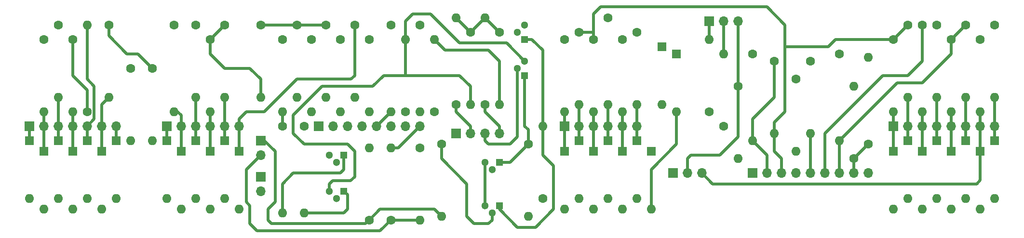
<source format=gbr>
%TF.GenerationSoftware,KiCad,Pcbnew,(5.1.8)-1*%
%TF.CreationDate,2020-12-25T14:24:52+01:00*%
%TF.ProjectId,5S14,35533134-2e6b-4696-9361-645f70636258,rev?*%
%TF.SameCoordinates,Original*%
%TF.FileFunction,Copper,L2,Bot*%
%TF.FilePolarity,Positive*%
%FSLAX46Y46*%
G04 Gerber Fmt 4.6, Leading zero omitted, Abs format (unit mm)*
G04 Created by KiCad (PCBNEW (5.1.8)-1) date 2020-12-25 14:24:52*
%MOMM*%
%LPD*%
G01*
G04 APERTURE LIST*
%TA.AperFunction,ComponentPad*%
%ADD10O,1.600000X1.600000*%
%TD*%
%TA.AperFunction,ComponentPad*%
%ADD11C,1.600000*%
%TD*%
%TA.AperFunction,ComponentPad*%
%ADD12R,1.300000X1.300000*%
%TD*%
%TA.AperFunction,ComponentPad*%
%ADD13C,1.300000*%
%TD*%
%TA.AperFunction,ComponentPad*%
%ADD14R,1.600000X1.600000*%
%TD*%
%TA.AperFunction,ComponentPad*%
%ADD15O,1.700000X1.700000*%
%TD*%
%TA.AperFunction,ComponentPad*%
%ADD16R,1.700000X1.700000*%
%TD*%
%TA.AperFunction,Conductor*%
%ADD17C,0.500000*%
%TD*%
G04 APERTURE END LIST*
D10*
%TO.P,R859,2*%
%TO.N,P5-6*%
X140970000Y-66675000D03*
D11*
%TO.P,R859,1*%
%TO.N,P6-2*%
X140970000Y-81915000D03*
%TD*%
D10*
%TO.P,R882,2*%
%TO.N,P10-1*%
X200660000Y-90170000D03*
D11*
%TO.P,R882,1*%
%TO.N,P10-4*%
X200660000Y-77470000D03*
%TD*%
D10*
%TO.P,R822,2*%
%TO.N,P2-2*%
X91440000Y-83185000D03*
D11*
%TO.P,R822,1*%
%TO.N,P5-4*%
X91440000Y-67945000D03*
%TD*%
D12*
%TO.P,Q6,1*%
%TO.N,Net-(Q4-Pad1)*%
X148590000Y-92075000D03*
D13*
%TO.P,Q6,3*%
%TO.N,P5-7*%
X146050000Y-92075000D03*
%TO.P,Q6,2*%
%TO.N,Net-(Q6-Pad2)*%
X147320000Y-93345000D03*
%TD*%
D12*
%TO.P,Q5,1*%
%TO.N,Net-(Q3-Pad1)*%
X148590000Y-99695000D03*
D13*
%TO.P,Q5,3*%
%TO.N,P5-7*%
X146050000Y-99695000D03*
%TO.P,Q5,2*%
%TO.N,Net-(Q5-Pad2)*%
X147320000Y-100965000D03*
%TD*%
D12*
%TO.P,Q4,1*%
%TO.N,Net-(Q4-Pad1)*%
X153035000Y-76835000D03*
D13*
%TO.P,Q4,3*%
%TO.N,P1-1*%
X153035000Y-74295000D03*
%TO.P,Q4,2*%
%TO.N,P6-3*%
X151765000Y-75565000D03*
%TD*%
D12*
%TO.P,Q3,1*%
%TO.N,Net-(Q3-Pad1)*%
X153035000Y-70485000D03*
D13*
%TO.P,Q3,3*%
%TO.N,P2-6*%
X153035000Y-67945000D03*
%TO.P,Q3,2*%
%TO.N,P6-1*%
X151765000Y-69215000D03*
%TD*%
D12*
%TO.P,Q2,1*%
%TO.N,Net-(Q2-Pad1)*%
X121285000Y-97155000D03*
D13*
%TO.P,Q2,3*%
%TO.N,P1-1*%
X118745000Y-97155000D03*
%TO.P,Q2,2*%
%TO.N,P4-2*%
X120015000Y-98425000D03*
%TD*%
D12*
%TO.P,Q1,1*%
%TO.N,Net-(Q1-Pad1)*%
X121285000Y-90805000D03*
D13*
%TO.P,Q1,3*%
%TO.N,P2-6*%
X118745000Y-90805000D03*
%TO.P,Q1,2*%
%TO.N,P4-1*%
X120015000Y-92075000D03*
%TD*%
D10*
%TO.P,R898,2*%
%TO.N,P11-8*%
X235585000Y-80645000D03*
D11*
%TO.P,R898,1*%
%TO.N,P10-5*%
X235585000Y-67945000D03*
%TD*%
D10*
%TO.P,R897,2*%
%TO.N,P11-7*%
X233045000Y-83185000D03*
D11*
%TO.P,R897,1*%
%TO.N,P10-6*%
X233045000Y-70485000D03*
%TD*%
D10*
%TO.P,R896,2*%
%TO.N,P11-6*%
X230505000Y-80645000D03*
D11*
%TO.P,R896,1*%
%TO.N,P10-7*%
X230505000Y-67945000D03*
%TD*%
D10*
%TO.P,R895,2*%
%TO.N,P11-5*%
X227965000Y-83185000D03*
D11*
%TO.P,R895,1*%
%TO.N,P10-7*%
X227965000Y-70485000D03*
%TD*%
D10*
%TO.P,R894,2*%
%TO.N,P11-4*%
X225425000Y-80645000D03*
D11*
%TO.P,R894,1*%
%TO.N,P10-6*%
X225425000Y-67945000D03*
%TD*%
D10*
%TO.P,R893,2*%
%TO.N,P11-3*%
X222885000Y-83185000D03*
D11*
%TO.P,R893,1*%
%TO.N,P10-6*%
X222885000Y-67945000D03*
%TD*%
D10*
%TO.P,R892,2*%
%TO.N,P11-2*%
X220345000Y-80645000D03*
D11*
%TO.P,R892,1*%
%TO.N,P10-3*%
X220345000Y-67945000D03*
%TD*%
D10*
%TO.P,R891,2*%
%TO.N,P11-1*%
X217805000Y-83185000D03*
D11*
%TO.P,R891,1*%
%TO.N,P10-3*%
X217805000Y-70485000D03*
%TD*%
D10*
%TO.P,R886,2*%
%TO.N,P10-2*%
X213360000Y-73660000D03*
D11*
%TO.P,R886,1*%
%TO.N,P10-8*%
X213360000Y-88900000D03*
%TD*%
D10*
%TO.P,R885,2*%
%TO.N,P8-2*%
X210820000Y-78740000D03*
D11*
%TO.P,R885,1*%
%TO.N,P10-8*%
X210820000Y-91440000D03*
%TD*%
D10*
%TO.P,R884,2*%
%TO.N,P10-7*%
X208280000Y-88265000D03*
D11*
%TO.P,R884,1*%
%TO.N,P10-2*%
X208280000Y-73025000D03*
%TD*%
D10*
%TO.P,R883,2*%
%TO.N,P10-5*%
X203200000Y-86995000D03*
D11*
%TO.P,R883,1*%
%TO.N,P10-2*%
X203200000Y-74295000D03*
%TD*%
D10*
%TO.P,R881,2*%
%TO.N,P10-3*%
X196850000Y-86995000D03*
D11*
%TO.P,R881,1*%
%TO.N,P10-2*%
X196850000Y-74295000D03*
%TD*%
D10*
%TO.P,R880,2*%
%TO.N,P10-2*%
X193040000Y-88265000D03*
D11*
%TO.P,R880,1*%
%TO.N,P10-4*%
X193040000Y-73025000D03*
%TD*%
D10*
%TO.P,R879,2*%
%TO.N,P9-2*%
X187960000Y-73025000D03*
D11*
%TO.P,R879,1*%
%TO.N,P10-4*%
X187960000Y-85725000D03*
%TD*%
D10*
%TO.P,R878,2*%
%TO.N,P9-1*%
X185420000Y-70485000D03*
D11*
%TO.P,R878,1*%
%TO.N,P10-4*%
X185420000Y-83185000D03*
%TD*%
D10*
%TO.P,R877,2*%
%TO.N,P10-7*%
X190500000Y-91440000D03*
D11*
%TO.P,R877,1*%
%TO.N,P8-2*%
X190500000Y-78740000D03*
%TD*%
D10*
%TO.P,R876,2*%
%TO.N,P7-6*%
X172720000Y-81915000D03*
D11*
%TO.P,R876,1*%
%TO.N,P10-7*%
X172720000Y-69215000D03*
%TD*%
D10*
%TO.P,R875,2*%
%TO.N,P7-5*%
X170180000Y-83185000D03*
D11*
%TO.P,R875,1*%
%TO.N,P10-6*%
X170180000Y-70485000D03*
%TD*%
D10*
%TO.P,R874,2*%
%TO.N,P7-4*%
X167640000Y-81915000D03*
D11*
%TO.P,R874,1*%
%TO.N,P10-6*%
X167640000Y-66675000D03*
%TD*%
D10*
%TO.P,R873,2*%
%TO.N,P7-3*%
X165100000Y-83185000D03*
D11*
%TO.P,R873,1*%
%TO.N,P10-3*%
X165100000Y-70485000D03*
%TD*%
D10*
%TO.P,R872,2*%
%TO.N,P7-2*%
X162560000Y-81915000D03*
D11*
%TO.P,R872,1*%
%TO.N,P10-3*%
X162560000Y-69215000D03*
%TD*%
D10*
%TO.P,R871,2*%
%TO.N,P7-1*%
X160020000Y-83185000D03*
D11*
%TO.P,R871,1*%
%TO.N,P10-6*%
X160020000Y-70485000D03*
%TD*%
D10*
%TO.P,R864,2*%
%TO.N,Net-(Q3-Pad1)*%
X156210000Y-85725000D03*
D11*
%TO.P,R864,1*%
%TO.N,P10-9*%
X156210000Y-98425000D03*
%TD*%
D10*
%TO.P,R863,2*%
%TO.N,P10-9*%
X153670000Y-101600000D03*
D11*
%TO.P,R863,1*%
%TO.N,Net-(Q4-Pad1)*%
X153670000Y-88900000D03*
%TD*%
D10*
%TO.P,R862,2*%
%TO.N,P2-6*%
X148590000Y-81915000D03*
D11*
%TO.P,R862,1*%
%TO.N,P5-6*%
X148590000Y-69215000D03*
%TD*%
D10*
%TO.P,R861,2*%
%TO.N,P5-6*%
X146050000Y-66675000D03*
D11*
%TO.P,R861,1*%
%TO.N,P6-4*%
X146050000Y-81915000D03*
%TD*%
D10*
%TO.P,R860,2*%
%TO.N,P1-1*%
X143510000Y-81915000D03*
D11*
%TO.P,R860,1*%
%TO.N,P5-6*%
X143510000Y-69215000D03*
%TD*%
D10*
%TO.P,R858,2*%
%TO.N,P2-6*%
X137160000Y-70485000D03*
D11*
%TO.P,R858,1*%
%TO.N,P5-5*%
X137160000Y-83185000D03*
%TD*%
D10*
%TO.P,R857,2*%
%TO.N,P3-1*%
X138430000Y-101600000D03*
D11*
%TO.P,R857,1*%
%TO.N,Net-(Q5-Pad2)*%
X138430000Y-88900000D03*
%TD*%
D10*
%TO.P,R856,2*%
%TO.N,P5-5*%
X134620000Y-83185000D03*
D11*
%TO.P,R856,1*%
%TO.N,P6-2*%
X134620000Y-67945000D03*
%TD*%
D10*
%TO.P,R855,2*%
%TO.N,P3-2*%
X134620000Y-102235000D03*
D11*
%TO.P,R855,1*%
%TO.N,Net-(Q6-Pad2)*%
X134620000Y-89535000D03*
%TD*%
D10*
%TO.P,R854,2*%
%TO.N,P1-1*%
X132080000Y-70485000D03*
D11*
%TO.P,R854,1*%
%TO.N,P5-5*%
X132080000Y-83185000D03*
%TD*%
D10*
%TO.P,R853,2*%
%TO.N,P5-5*%
X129540000Y-83185000D03*
D11*
%TO.P,R853,1*%
%TO.N,P6-4*%
X129540000Y-67945000D03*
%TD*%
D10*
%TO.P,R852,2*%
%TO.N,P10-9*%
X129540000Y-89535000D03*
D11*
%TO.P,R852,1*%
%TO.N,P3-2*%
X129540000Y-102235000D03*
%TD*%
D10*
%TO.P,R851,2*%
%TO.N,P5-4*%
X125730000Y-83185000D03*
D11*
%TO.P,R851,1*%
%TO.N,P1-1*%
X125730000Y-70485000D03*
%TD*%
D10*
%TO.P,R850,2*%
%TO.N,P10-9*%
X125730000Y-89535000D03*
D11*
%TO.P,R850,1*%
%TO.N,P3-1*%
X125730000Y-102235000D03*
%TD*%
D10*
%TO.P,R849,2*%
%TO.N,P5-4*%
X123190000Y-80645000D03*
D11*
%TO.P,R849,1*%
%TO.N,P2-6*%
X123190000Y-67945000D03*
%TD*%
D10*
%TO.P,R848,2*%
%TO.N,P5-3*%
X120650000Y-83185000D03*
D11*
%TO.P,R848,1*%
%TO.N,P6-4*%
X120650000Y-70485000D03*
%TD*%
D10*
%TO.P,R847,2*%
%TO.N,P5-3*%
X118110000Y-80645000D03*
D11*
%TO.P,R847,1*%
%TO.N,P6-2*%
X118110000Y-67945000D03*
%TD*%
D10*
%TO.P,R846,2*%
%TO.N,P5-2*%
X115570000Y-83185000D03*
D11*
%TO.P,R846,1*%
%TO.N,P6-4*%
X115570000Y-70485000D03*
%TD*%
D10*
%TO.P,R845,2*%
%TO.N,P5-2*%
X113030000Y-80645000D03*
D11*
%TO.P,R845,1*%
%TO.N,P6-2*%
X113030000Y-67945000D03*
%TD*%
D10*
%TO.P,R844,2*%
%TO.N,P5-1*%
X110490000Y-83185000D03*
D11*
%TO.P,R844,1*%
%TO.N,P6-4*%
X110490000Y-70485000D03*
%TD*%
D10*
%TO.P,R843,2*%
%TO.N,P5-1*%
X106680000Y-80645000D03*
D11*
%TO.P,R843,1*%
%TO.N,P6-2*%
X106680000Y-67945000D03*
%TD*%
D10*
%TO.P,R842,2*%
%TO.N,Net-(Q2-Pad1)*%
X114300000Y-100965000D03*
D11*
%TO.P,R842,1*%
%TO.N,P5-1*%
X114300000Y-85725000D03*
%TD*%
D10*
%TO.P,R841,2*%
%TO.N,Net-(Q1-Pad1)*%
X110490000Y-100965000D03*
D11*
%TO.P,R841,1*%
%TO.N,P5-1*%
X110490000Y-85725000D03*
%TD*%
D10*
%TO.P,R825,2*%
%TO.N,P2-5*%
X100330000Y-80645000D03*
D11*
%TO.P,R825,1*%
%TO.N,P5-1*%
X100330000Y-67945000D03*
%TD*%
D10*
%TO.P,R824,2*%
%TO.N,P2-4*%
X97790000Y-83185000D03*
D11*
%TO.P,R824,1*%
%TO.N,P5-1*%
X97790000Y-70485000D03*
%TD*%
D10*
%TO.P,R823,2*%
%TO.N,P2-3*%
X95250000Y-80645000D03*
D11*
%TO.P,R823,1*%
%TO.N,P5-4*%
X95250000Y-67945000D03*
%TD*%
D10*
%TO.P,R821,2*%
%TO.N,P2-1*%
X87630000Y-88265000D03*
D11*
%TO.P,R821,1*%
%TO.N,P5-3*%
X87630000Y-75565000D03*
%TD*%
D10*
%TO.P,R817,2*%
%TO.N,P1-7*%
X83820000Y-88265000D03*
D11*
%TO.P,R817,1*%
%TO.N,P5-2*%
X83820000Y-75565000D03*
%TD*%
D10*
%TO.P,R816,2*%
%TO.N,P1-6*%
X80010000Y-80645000D03*
D11*
%TO.P,R816,1*%
%TO.N,P5-3*%
X80010000Y-67945000D03*
%TD*%
D10*
%TO.P,R815,2*%
%TO.N,P1-5*%
X76200000Y-67945000D03*
D11*
%TO.P,R815,1*%
%TO.N,P5-4*%
X76200000Y-83185000D03*
%TD*%
D10*
%TO.P,R814,2*%
%TO.N,P1-4*%
X73660000Y-83185000D03*
D11*
%TO.P,R814,1*%
%TO.N,P5-4*%
X73660000Y-70485000D03*
%TD*%
D10*
%TO.P,R813,2*%
%TO.N,P1-3*%
X71120000Y-80645000D03*
D11*
%TO.P,R813,1*%
%TO.N,P5-1*%
X71120000Y-67945000D03*
%TD*%
D10*
%TO.P,R812,2*%
%TO.N,P1-2*%
X68580000Y-83185000D03*
D11*
%TO.P,R812,1*%
%TO.N,P5-1*%
X68580000Y-70485000D03*
%TD*%
D10*
%TO.P,D898,2*%
%TO.N,P10-9*%
X235585000Y-98425000D03*
D14*
%TO.P,D898,1*%
%TO.N,P11-8*%
X235585000Y-88265000D03*
%TD*%
D10*
%TO.P,D897,2*%
%TO.N,P10-9*%
X233045000Y-100330000D03*
D14*
%TO.P,D897,1*%
%TO.N,P11-7*%
X233045000Y-90170000D03*
%TD*%
D10*
%TO.P,D896,2*%
%TO.N,P10-9*%
X230505000Y-98425000D03*
D14*
%TO.P,D896,1*%
%TO.N,P11-6*%
X230505000Y-88265000D03*
%TD*%
D10*
%TO.P,D895,2*%
%TO.N,P10-9*%
X227965000Y-100330000D03*
D14*
%TO.P,D895,1*%
%TO.N,P11-5*%
X227965000Y-90170000D03*
%TD*%
D10*
%TO.P,D894,2*%
%TO.N,P10-9*%
X225425000Y-98425000D03*
D14*
%TO.P,D894,1*%
%TO.N,P11-4*%
X225425000Y-88265000D03*
%TD*%
D10*
%TO.P,D893,2*%
%TO.N,P10-9*%
X222885000Y-100330000D03*
D14*
%TO.P,D893,1*%
%TO.N,P11-3*%
X222885000Y-90170000D03*
%TD*%
D10*
%TO.P,D892,2*%
%TO.N,P10-9*%
X220345000Y-98425000D03*
D14*
%TO.P,D892,1*%
%TO.N,P11-2*%
X220345000Y-88265000D03*
%TD*%
D10*
%TO.P,D891,2*%
%TO.N,P10-9*%
X217805000Y-100330000D03*
D14*
%TO.P,D891,1*%
%TO.N,P11-1*%
X217805000Y-90170000D03*
%TD*%
D10*
%TO.P,D879,2*%
%TO.N,P10-9*%
X179705000Y-83185000D03*
D14*
%TO.P,D879,1*%
%TO.N,P9-2*%
X179705000Y-73025000D03*
%TD*%
D10*
%TO.P,D878,2*%
%TO.N,P10-9*%
X177165000Y-81915000D03*
D14*
%TO.P,D878,1*%
%TO.N,P9-1*%
X177165000Y-71755000D03*
%TD*%
D10*
%TO.P,D877,2*%
%TO.N,P10-9*%
X175260000Y-100330000D03*
D14*
%TO.P,D877,1*%
%TO.N,P8-2*%
X175260000Y-90170000D03*
%TD*%
D10*
%TO.P,D876,2*%
%TO.N,P10-9*%
X172720000Y-98425000D03*
D14*
%TO.P,D876,1*%
%TO.N,P7-6*%
X172720000Y-88265000D03*
%TD*%
D10*
%TO.P,D875,2*%
%TO.N,P10-9*%
X170180000Y-100330000D03*
D14*
%TO.P,D875,1*%
%TO.N,P7-5*%
X170180000Y-90170000D03*
%TD*%
D10*
%TO.P,D874,2*%
%TO.N,P10-9*%
X167640000Y-98425000D03*
D14*
%TO.P,D874,1*%
%TO.N,P7-4*%
X167640000Y-88265000D03*
%TD*%
D10*
%TO.P,D873,2*%
%TO.N,P10-9*%
X165100000Y-100330000D03*
D14*
%TO.P,D873,1*%
%TO.N,P7-3*%
X165100000Y-90170000D03*
%TD*%
D10*
%TO.P,D872,2*%
%TO.N,P10-9*%
X162560000Y-98425000D03*
D14*
%TO.P,D872,1*%
%TO.N,P7-2*%
X162560000Y-88265000D03*
%TD*%
D10*
%TO.P,D871,2*%
%TO.N,P10-9*%
X160020000Y-100330000D03*
D14*
%TO.P,D871,1*%
%TO.N,P7-1*%
X160020000Y-90170000D03*
%TD*%
D10*
%TO.P,D826,2*%
%TO.N,P10-9*%
X102870000Y-100330000D03*
D14*
%TO.P,D826,1*%
%TO.N,P2-6*%
X102870000Y-90170000D03*
%TD*%
D10*
%TO.P,D825,2*%
%TO.N,P10-9*%
X100330000Y-98425000D03*
D14*
%TO.P,D825,1*%
%TO.N,P2-5*%
X100330000Y-88265000D03*
%TD*%
D10*
%TO.P,D824,2*%
%TO.N,P10-9*%
X97790000Y-100330000D03*
D14*
%TO.P,D824,1*%
%TO.N,P2-4*%
X97790000Y-90170000D03*
%TD*%
D10*
%TO.P,D823,2*%
%TO.N,P10-9*%
X95250000Y-98425000D03*
D14*
%TO.P,D823,1*%
%TO.N,P2-3*%
X95250000Y-88265000D03*
%TD*%
D10*
%TO.P,D822,2*%
%TO.N,P10-9*%
X92710000Y-100330000D03*
D14*
%TO.P,D822,1*%
%TO.N,P2-2*%
X92710000Y-90170000D03*
%TD*%
D10*
%TO.P,D821,2*%
%TO.N,P10-9*%
X90170000Y-98425000D03*
D14*
%TO.P,D821,1*%
%TO.N,P2-1*%
X90170000Y-88265000D03*
%TD*%
D10*
%TO.P,D817,2*%
%TO.N,P10-9*%
X81280000Y-98425000D03*
D14*
%TO.P,D817,1*%
%TO.N,P1-7*%
X81280000Y-88265000D03*
%TD*%
D10*
%TO.P,D816,2*%
%TO.N,P10-9*%
X78740000Y-100330000D03*
D14*
%TO.P,D816,1*%
%TO.N,P1-6*%
X78740000Y-90170000D03*
%TD*%
D10*
%TO.P,D815,2*%
%TO.N,P10-9*%
X76200000Y-98425000D03*
D14*
%TO.P,D815,1*%
%TO.N,P1-5*%
X76200000Y-88265000D03*
%TD*%
D10*
%TO.P,D814,2*%
%TO.N,P10-9*%
X73660000Y-100330000D03*
D14*
%TO.P,D814,1*%
%TO.N,P1-4*%
X73660000Y-90170000D03*
%TD*%
D10*
%TO.P,D813,2*%
%TO.N,P10-9*%
X71120000Y-98425000D03*
D14*
%TO.P,D813,1*%
%TO.N,P1-3*%
X71120000Y-88265000D03*
%TD*%
D10*
%TO.P,D812,2*%
%TO.N,P10-9*%
X68580000Y-100330000D03*
D14*
%TO.P,D812,1*%
%TO.N,P1-2*%
X68580000Y-90170000D03*
%TD*%
D10*
%TO.P,D811,2*%
%TO.N,P10-9*%
X66040000Y-98425000D03*
D14*
%TO.P,D811,1*%
%TO.N,P1-1*%
X66040000Y-88265000D03*
%TD*%
D15*
%TO.P,J11,8*%
%TO.N,P11-8*%
X235585000Y-85725000D03*
%TO.P,J11,7*%
%TO.N,P11-7*%
X233045000Y-85725000D03*
%TO.P,J11,6*%
%TO.N,P11-6*%
X230505000Y-85725000D03*
%TO.P,J11,5*%
%TO.N,P11-5*%
X227965000Y-85725000D03*
%TO.P,J11,4*%
%TO.N,P11-4*%
X225425000Y-85725000D03*
%TO.P,J11,3*%
%TO.N,P11-3*%
X222885000Y-85725000D03*
%TO.P,J11,2*%
%TO.N,P11-2*%
X220345000Y-85725000D03*
D16*
%TO.P,J11,1*%
%TO.N,P11-1*%
X217805000Y-85725000D03*
%TD*%
D15*
%TO.P,J10,9*%
%TO.N,P10-9*%
X213360000Y-93980000D03*
%TO.P,J10,8*%
%TO.N,P10-8*%
X210820000Y-93980000D03*
%TO.P,J10,7*%
%TO.N,P10-7*%
X208280000Y-93980000D03*
%TO.P,J10,6*%
%TO.N,P10-6*%
X205740000Y-93980000D03*
%TO.P,J10,5*%
%TO.N,P10-5*%
X203200000Y-93980000D03*
%TO.P,J10,4*%
%TO.N,P10-4*%
X200660000Y-93980000D03*
%TO.P,J10,3*%
%TO.N,P10-3*%
X198120000Y-93980000D03*
%TO.P,J10,2*%
%TO.N,P10-2*%
X195580000Y-93980000D03*
D16*
%TO.P,J10,1*%
%TO.N,P10-1*%
X193040000Y-93980000D03*
%TD*%
D15*
%TO.P,J9,3*%
%TO.N,P8-2*%
X190500000Y-67310000D03*
%TO.P,J9,2*%
%TO.N,P9-2*%
X187960000Y-67310000D03*
D16*
%TO.P,J9,1*%
%TO.N,P9-1*%
X185420000Y-67310000D03*
%TD*%
D15*
%TO.P,J8,3*%
%TO.N,P11-7*%
X184150000Y-93980000D03*
%TO.P,J8,2*%
%TO.N,P8-2*%
X181610000Y-93980000D03*
D16*
%TO.P,J8,1*%
%TO.N,P7-1*%
X179070000Y-93980000D03*
%TD*%
D15*
%TO.P,J7,6*%
%TO.N,P7-6*%
X172720000Y-85725000D03*
%TO.P,J7,5*%
%TO.N,P7-5*%
X170180000Y-85725000D03*
%TO.P,J7,4*%
%TO.N,P7-4*%
X167640000Y-85725000D03*
%TO.P,J7,3*%
%TO.N,P7-3*%
X165100000Y-85725000D03*
%TO.P,J7,2*%
%TO.N,P7-2*%
X162560000Y-85725000D03*
D16*
%TO.P,J7,1*%
%TO.N,P7-1*%
X160020000Y-85725000D03*
%TD*%
D15*
%TO.P,J6,4*%
%TO.N,P6-4*%
X148590000Y-86995000D03*
%TO.P,J6,3*%
%TO.N,P6-3*%
X146050000Y-86995000D03*
%TO.P,J6,2*%
%TO.N,P6-2*%
X143510000Y-86995000D03*
D16*
%TO.P,J6,1*%
%TO.N,P6-1*%
X140970000Y-86995000D03*
%TD*%
D15*
%TO.P,J5,8*%
%TO.N,P10-9*%
X134620000Y-85725000D03*
%TO.P,J5,7*%
%TO.N,P5-7*%
X132080000Y-85725000D03*
%TO.P,J5,6*%
%TO.N,P5-6*%
X129540000Y-85725000D03*
%TO.P,J5,5*%
%TO.N,P5-5*%
X127000000Y-85725000D03*
%TO.P,J5,4*%
%TO.N,P5-4*%
X124460000Y-85725000D03*
%TO.P,J5,3*%
%TO.N,P5-3*%
X121920000Y-85725000D03*
%TO.P,J5,2*%
%TO.N,P5-2*%
X119380000Y-85725000D03*
D16*
%TO.P,J5,1*%
%TO.N,P5-1*%
X116840000Y-85725000D03*
%TD*%
D15*
%TO.P,J4,2*%
%TO.N,P4-2*%
X106680000Y-97155000D03*
D16*
%TO.P,J4,1*%
%TO.N,P4-1*%
X106680000Y-94615000D03*
%TD*%
D15*
%TO.P,J3,2*%
%TO.N,P3-2*%
X106680000Y-90805000D03*
D16*
%TO.P,J3,1*%
%TO.N,P3-1*%
X106680000Y-88265000D03*
%TD*%
D15*
%TO.P,J2,6*%
%TO.N,P2-6*%
X102870000Y-85725000D03*
%TO.P,J2,5*%
%TO.N,P2-5*%
X100330000Y-85725000D03*
%TO.P,J2,4*%
%TO.N,P2-4*%
X97790000Y-85725000D03*
%TO.P,J2,3*%
%TO.N,P2-3*%
X95250000Y-85725000D03*
%TO.P,J2,2*%
%TO.N,P2-2*%
X92710000Y-85725000D03*
D16*
%TO.P,J2,1*%
%TO.N,P2-1*%
X90170000Y-85725000D03*
%TD*%
D15*
%TO.P,J1,7*%
%TO.N,P1-7*%
X81280000Y-85725000D03*
%TO.P,J1,6*%
%TO.N,P1-6*%
X78740000Y-85725000D03*
%TO.P,J1,5*%
%TO.N,P1-5*%
X76200000Y-85725000D03*
%TO.P,J1,4*%
%TO.N,P1-4*%
X73660000Y-85725000D03*
%TO.P,J1,3*%
%TO.N,P1-3*%
X71120000Y-85725000D03*
%TO.P,J1,2*%
%TO.N,P1-2*%
X68580000Y-85725000D03*
D16*
%TO.P,J1,1*%
%TO.N,P1-1*%
X66040000Y-85725000D03*
%TD*%
D17*
%TO.N,P10-9*%
X130810000Y-89535000D02*
X134620000Y-85725000D01*
X129540000Y-89535000D02*
X130810000Y-89535000D01*
X179705000Y-83185000D02*
X179705000Y-88900000D01*
X175260000Y-93345000D02*
X175260000Y-100330000D01*
X179705000Y-88900000D02*
X175260000Y-93345000D01*
%TO.N,P1-1*%
X66040000Y-85725000D02*
X66040000Y-88265000D01*
X132080000Y-76835000D02*
X141605000Y-76835000D01*
X143510000Y-78740000D02*
X143510000Y-81915000D01*
X141605000Y-76835000D02*
X143510000Y-78740000D01*
X118745000Y-95885000D02*
X118745000Y-97155000D01*
X122489990Y-95315010D02*
X119314990Y-95315010D01*
X123190000Y-94615000D02*
X122489990Y-95315010D01*
X123190000Y-90170000D02*
X123190000Y-94615000D01*
X121920000Y-88900000D02*
X123190000Y-90170000D01*
X119314990Y-95315010D02*
X118745000Y-95885000D01*
X114300000Y-88900000D02*
X121920000Y-88900000D01*
X112395000Y-86995000D02*
X114300000Y-88900000D01*
X112395000Y-83820000D02*
X112395000Y-86995000D01*
X117475000Y-78740000D02*
X112395000Y-83820000D01*
X126365000Y-78740000D02*
X117475000Y-78740000D01*
X128270000Y-76835000D02*
X126365000Y-78740000D01*
X132080000Y-70485000D02*
X132080000Y-76835000D01*
X132080000Y-76835000D02*
X128270000Y-76835000D01*
X149860000Y-71120000D02*
X153035000Y-74295000D01*
X141605000Y-71120000D02*
X149860000Y-71120000D01*
X136525000Y-66040000D02*
X141605000Y-71120000D01*
X133350000Y-66040000D02*
X136525000Y-66040000D01*
X132080000Y-67310000D02*
X133350000Y-66040000D01*
X132080000Y-70485000D02*
X132080000Y-67310000D01*
%TO.N,P1-2*%
X68580000Y-83185000D02*
X68580000Y-90170000D01*
%TO.N,P1-3*%
X71120000Y-80645000D02*
X71120000Y-88265000D01*
%TO.N,P1-4*%
X73660000Y-83185000D02*
X73660000Y-90170000D01*
%TO.N,P1-5*%
X76200000Y-88265000D02*
X76200000Y-85725000D01*
X77450001Y-84474999D02*
X76200000Y-85725000D01*
X77450001Y-78720001D02*
X77450001Y-84474999D01*
X76200000Y-77470000D02*
X77450001Y-78720001D01*
X76200000Y-67945000D02*
X76200000Y-77470000D01*
%TO.N,P1-6*%
X78740000Y-90170000D02*
X78740000Y-85725000D01*
X78740000Y-81915000D02*
X80010000Y-80645000D01*
X78740000Y-85725000D02*
X78740000Y-81915000D01*
%TO.N,P1-7*%
X81280000Y-85725000D02*
X81280000Y-88265000D01*
%TO.N,P2-1*%
X90170000Y-88265000D02*
X90170000Y-85725000D01*
%TO.N,P2-2*%
X92710000Y-85725000D02*
X92710000Y-90170000D01*
X91440000Y-83185000D02*
X92075000Y-83185000D01*
X92710000Y-83820000D02*
X92710000Y-85725000D01*
X92075000Y-83185000D02*
X92710000Y-83820000D01*
%TO.N,P2-3*%
X95250000Y-88265000D02*
X95250000Y-85725000D01*
X95250000Y-80645000D02*
X95250000Y-85725000D01*
%TO.N,P2-4*%
X97790000Y-83185000D02*
X97790000Y-85725000D01*
X97790000Y-85725000D02*
X97790000Y-90170000D01*
%TO.N,P2-5*%
X100330000Y-80645000D02*
X100330000Y-88265000D01*
%TO.N,P2-6*%
X102870000Y-85725000D02*
X102870000Y-90170000D01*
X148590000Y-81915000D02*
X148590000Y-74295000D01*
X148590000Y-74295000D02*
X146685000Y-72390000D01*
X139065000Y-72390000D02*
X137160000Y-70485000D01*
X146685000Y-72390000D02*
X139065000Y-72390000D01*
X123190000Y-67945000D02*
X123190000Y-76835000D01*
X123190000Y-76835000D02*
X122555000Y-77470000D01*
X122555000Y-77470000D02*
X113030000Y-77470000D01*
X113030000Y-77470000D02*
X107315000Y-83185000D01*
X107315000Y-83185000D02*
X104140000Y-83185000D01*
X102870000Y-84455000D02*
X102870000Y-85725000D01*
X104140000Y-83185000D02*
X102870000Y-84455000D01*
%TO.N,P7-1*%
X160020000Y-83185000D02*
X160020000Y-90170000D01*
%TO.N,P7-2*%
X162560000Y-81915000D02*
X162560000Y-88265000D01*
%TO.N,P7-3*%
X165100000Y-90170000D02*
X165100000Y-83185000D01*
%TO.N,P7-4*%
X167640000Y-81915000D02*
X167640000Y-88265000D01*
%TO.N,P7-5*%
X170180000Y-83185000D02*
X170180000Y-90170000D01*
%TO.N,P7-6*%
X172720000Y-88265000D02*
X172720000Y-81915000D01*
%TO.N,P8-2*%
X190500000Y-78740000D02*
X190500000Y-67310000D01*
X181610000Y-91440000D02*
X181610000Y-93980000D01*
X182245000Y-90805000D02*
X181610000Y-91440000D01*
X187325000Y-90805000D02*
X182245000Y-90805000D01*
X190500000Y-87630000D02*
X187325000Y-90805000D01*
X190500000Y-78740000D02*
X190500000Y-87630000D01*
%TO.N,P9-1*%
X185420000Y-67310000D02*
X185420000Y-70485000D01*
%TO.N,P9-2*%
X187960000Y-67310000D02*
X187960000Y-73025000D01*
%TO.N,P11-1*%
X217805000Y-83185000D02*
X217805000Y-90170000D01*
%TO.N,P11-2*%
X220345000Y-88265000D02*
X220345000Y-80645000D01*
%TO.N,P11-3*%
X222885000Y-83185000D02*
X222885000Y-90170000D01*
%TO.N,P11-4*%
X225425000Y-88265000D02*
X225425000Y-80645000D01*
%TO.N,P11-5*%
X227965000Y-83185000D02*
X227965000Y-90170000D01*
%TO.N,P11-6*%
X230505000Y-88265000D02*
X230505000Y-80645000D01*
%TO.N,P11-7*%
X233045000Y-83185000D02*
X233045000Y-90170000D01*
X186055000Y-95885000D02*
X184150000Y-93980000D01*
X232410000Y-95885000D02*
X186055000Y-95885000D01*
X233045000Y-95250000D02*
X232410000Y-95885000D01*
X233045000Y-90170000D02*
X233045000Y-95250000D01*
%TO.N,P11-8*%
X235585000Y-88265000D02*
X235585000Y-80645000D01*
%TO.N,P3-2*%
X127635000Y-104140000D02*
X129540000Y-102235000D01*
X106045000Y-104140000D02*
X127635000Y-104140000D01*
X104775000Y-99695000D02*
X104775000Y-102870000D01*
X104775000Y-102870000D02*
X106045000Y-104140000D01*
X104140000Y-99060000D02*
X104775000Y-99695000D01*
X104140000Y-93345000D02*
X104140000Y-99060000D01*
X106680000Y-90805000D02*
X104140000Y-93345000D01*
X134620000Y-102235000D02*
X129540000Y-102235000D01*
%TO.N,P3-1*%
X106680000Y-88265000D02*
X107315000Y-88265000D01*
X107315000Y-88265000D02*
X109220000Y-90170000D01*
X109220000Y-90170000D02*
X109220000Y-99060000D01*
X125095000Y-102870000D02*
X125730000Y-102235000D01*
X108585000Y-102870000D02*
X125095000Y-102870000D01*
X107950000Y-100330000D02*
X107950000Y-102235000D01*
X107950000Y-102235000D02*
X108585000Y-102870000D01*
X109220000Y-99060000D02*
X107950000Y-100330000D01*
X125730000Y-102235000D02*
X127635000Y-100330000D01*
X137160000Y-100330000D02*
X138430000Y-101600000D01*
X127635000Y-100330000D02*
X137160000Y-100330000D01*
%TO.N,P5-7*%
X146050000Y-99695000D02*
X146050000Y-92075000D01*
%TO.N,P5-6*%
X146050000Y-66675000D02*
X143510000Y-69215000D01*
X140970000Y-66675000D02*
X143510000Y-69215000D01*
X146050000Y-66675000D02*
X148590000Y-69215000D01*
%TO.N,P5-5*%
X129540000Y-83185000D02*
X127000000Y-85725000D01*
%TO.N,P5-4*%
X73660000Y-70485000D02*
X73660000Y-76835000D01*
X76200000Y-79375000D02*
X76200000Y-83185000D01*
X73660000Y-76835000D02*
X76200000Y-79375000D01*
%TO.N,P5-3*%
X80010000Y-67945000D02*
X80010000Y-69850000D01*
X80010000Y-69850000D02*
X83185000Y-73025000D01*
X85090000Y-73025000D02*
X87630000Y-75565000D01*
X83185000Y-73025000D02*
X85090000Y-73025000D01*
%TO.N,P5-1*%
X97790000Y-70485000D02*
X100330000Y-67945000D01*
X97790000Y-70485000D02*
X97790000Y-73025000D01*
X97790000Y-73025000D02*
X100330000Y-75565000D01*
X100330000Y-75565000D02*
X104775000Y-75565000D01*
X106680000Y-77470000D02*
X106680000Y-80645000D01*
X104775000Y-75565000D02*
X106680000Y-77470000D01*
X110490000Y-83185000D02*
X110490000Y-85725000D01*
%TO.N,P6-4*%
X148590000Y-86995000D02*
X148590000Y-85725000D01*
X148590000Y-85725000D02*
X146050000Y-83185000D01*
X146050000Y-83185000D02*
X146050000Y-81915000D01*
%TO.N,P6-3*%
X151765000Y-75565000D02*
X151765000Y-87630000D01*
X151765000Y-87630000D02*
X150495000Y-88900000D01*
X150495000Y-88900000D02*
X146685000Y-88900000D01*
X146050000Y-88265000D02*
X146050000Y-86995000D01*
X146685000Y-88900000D02*
X146050000Y-88265000D01*
%TO.N,P6-2*%
X140970000Y-83185000D02*
X140970000Y-81915000D01*
X143510000Y-85725000D02*
X140970000Y-83185000D01*
X143510000Y-86995000D02*
X143510000Y-85725000D01*
X118110000Y-67945000D02*
X113030000Y-67945000D01*
X113030000Y-67945000D02*
X106680000Y-67945000D01*
%TO.N,P10-8*%
X210820000Y-91440000D02*
X210820000Y-93980000D01*
X213360000Y-88900000D02*
X210820000Y-91440000D01*
%TO.N,P10-7*%
X208280000Y-88265000D02*
X208280000Y-93980000D01*
X227965000Y-73025000D02*
X227965000Y-70485000D01*
X222885000Y-78105000D02*
X227965000Y-73025000D01*
X218440000Y-78105000D02*
X222885000Y-78105000D01*
X208280000Y-88265000D02*
X218440000Y-78105000D01*
X227965000Y-70485000D02*
X230505000Y-67945000D01*
%TO.N,P10-6*%
X215900000Y-76835000D02*
X220345000Y-76835000D01*
X220345000Y-76835000D02*
X222885000Y-74295000D01*
X205740000Y-86995000D02*
X215900000Y-76835000D01*
X222885000Y-74295000D02*
X222885000Y-67945000D01*
X205740000Y-93980000D02*
X205740000Y-86995000D01*
%TO.N,P10-5*%
X203200000Y-86995000D02*
X203200000Y-93980000D01*
%TO.N,P10-3*%
X196850000Y-86995000D02*
X196850000Y-90170000D01*
X198120000Y-91440000D02*
X198120000Y-93980000D01*
X196850000Y-90170000D02*
X198120000Y-91440000D01*
X220345000Y-67945000D02*
X217805000Y-70485000D01*
X196850000Y-86995000D02*
X196850000Y-85090000D01*
X196850000Y-85090000D02*
X198755000Y-83185000D01*
X198755000Y-67945000D02*
X195580000Y-64770000D01*
X217805000Y-70485000D02*
X207645000Y-70485000D01*
X206375000Y-71755000D02*
X198755000Y-71755000D01*
X207645000Y-70485000D02*
X206375000Y-71755000D01*
X198755000Y-71755000D02*
X198755000Y-67945000D01*
X198755000Y-83185000D02*
X198755000Y-71755000D01*
X166370000Y-64770000D02*
X165100000Y-66040000D01*
X195580000Y-64770000D02*
X166370000Y-64770000D01*
X165100000Y-66040000D02*
X165100000Y-69215000D01*
X162560000Y-69215000D02*
X165100000Y-69215000D01*
X165100000Y-69215000D02*
X165100000Y-70485000D01*
%TO.N,P10-2*%
X193040000Y-88265000D02*
X195580000Y-90805000D01*
X195580000Y-90805000D02*
X195580000Y-93980000D01*
X193040000Y-88265000D02*
X193040000Y-84455000D01*
X196850000Y-80645000D02*
X196850000Y-74295000D01*
X193040000Y-84455000D02*
X196850000Y-80645000D01*
%TO.N,Net-(Q1-Pad1)*%
X121285000Y-93345000D02*
X121285000Y-90805000D01*
X120650000Y-93980000D02*
X121285000Y-93345000D01*
X112395000Y-93980000D02*
X120650000Y-93980000D01*
X110490000Y-95885000D02*
X112395000Y-93980000D01*
X110490000Y-100965000D02*
X110490000Y-95885000D01*
%TO.N,Net-(Q2-Pad1)*%
X114300000Y-100965000D02*
X121285000Y-100965000D01*
X121285000Y-100965000D02*
X121920000Y-100330000D01*
X121920000Y-100330000D02*
X121920000Y-97790000D01*
X121920000Y-97790000D02*
X121285000Y-97155000D01*
%TO.N,Net-(Q3-Pad1)*%
X153035000Y-70485000D02*
X154305000Y-70485000D01*
X156210000Y-72390000D02*
X156210000Y-85725000D01*
X154305000Y-70485000D02*
X156210000Y-72390000D01*
X158115000Y-92710000D02*
X156210000Y-90805000D01*
X156210000Y-90805000D02*
X156210000Y-85725000D01*
X151765000Y-103505000D02*
X154940000Y-103505000D01*
X148590000Y-100330000D02*
X151765000Y-103505000D01*
X158115000Y-100330000D02*
X158115000Y-92710000D01*
X154940000Y-103505000D02*
X158115000Y-100330000D01*
X148590000Y-99695000D02*
X148590000Y-100330000D01*
%TO.N,Net-(Q4-Pad1)*%
X150495000Y-92075000D02*
X153670000Y-88900000D01*
X148590000Y-92075000D02*
X150495000Y-92075000D01*
X153035000Y-76835000D02*
X153035000Y-85725000D01*
X153670000Y-86360000D02*
X153670000Y-88900000D01*
X153035000Y-85725000D02*
X153670000Y-86360000D01*
%TO.N,Net-(Q5-Pad2)*%
X147320000Y-102235000D02*
X147320000Y-100965000D01*
X146685000Y-102870000D02*
X147320000Y-102235000D01*
X144145000Y-102870000D02*
X146685000Y-102870000D01*
X142875000Y-95885000D02*
X142875000Y-101600000D01*
X138430000Y-91440000D02*
X142875000Y-95885000D01*
X142875000Y-101600000D02*
X144145000Y-102870000D01*
X138430000Y-88900000D02*
X138430000Y-91440000D01*
%TD*%
M02*

</source>
